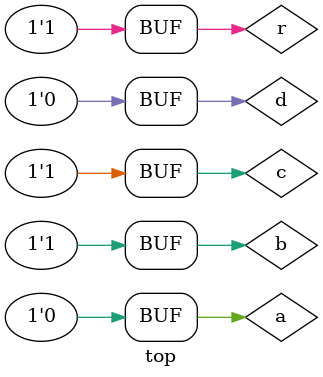
<source format=v>
module top;

reg        a,b,c,d,r;
wire [4:0] out;

tutorial tutorial_inst
(
	.r(r_sig) ,	// input  r_sig
	.a(a_sig) ,	// input  a_sig
	.b(b_sig) ,	// input  b_sig
	.c(c_sig) ,	// input  c_sig
	.d(d_sig) ,	// input  d_sig
	.out(out_sig) 	// output [4:0] out_sig
);

tutorial duv(
	.a(a) ,
	.b(b) ,
	.c(c) ,
	.d(d) ,
	.r(r) ,
	.out(out)
);

initial begin
  a = 0;
  b = 0;
  c = 0;
  d = 0;
  r = 0;
  #100
  a = 1;
  b = 0;
  c = 0;
  d = 0;
  r = 1;
  #100
  a = 1;
  b = 1;
  c = 0;
  d = 0;
  r = 1;
  #100
  a = 0;
  b = 1;
  c = 1;
  d = 0;
  r = 1;
  #100 ;
end

endmodule
</source>
